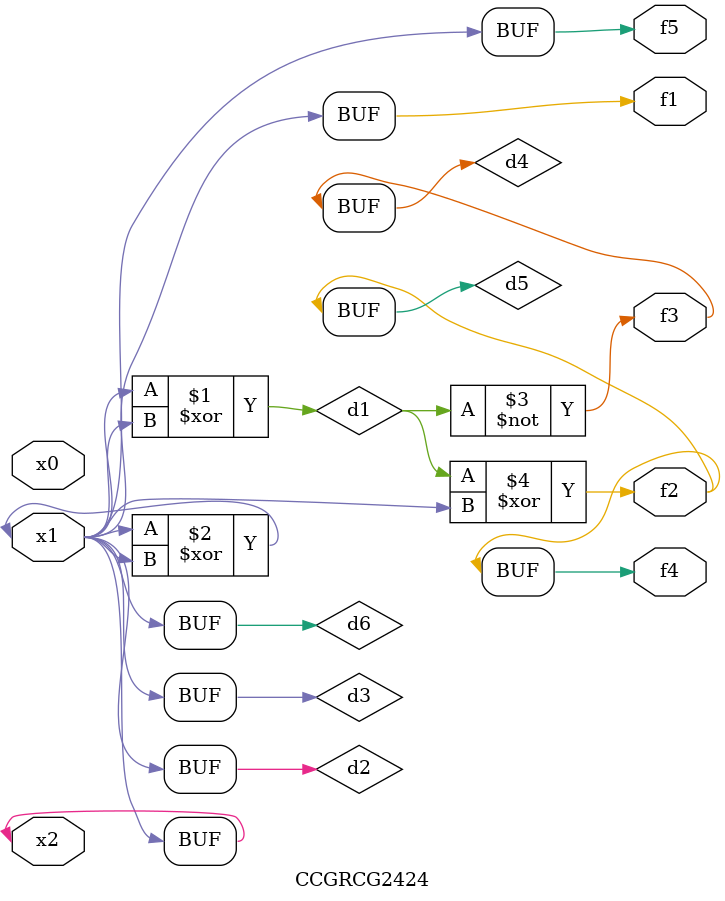
<source format=v>
module CCGRCG2424(
	input x0, x1, x2,
	output f1, f2, f3, f4, f5
);

	wire d1, d2, d3, d4, d5, d6;

	xor (d1, x1, x2);
	buf (d2, x1, x2);
	xor (d3, x1, x2);
	nor (d4, d1);
	xor (d5, d1, d2);
	buf (d6, d2, d3);
	assign f1 = d6;
	assign f2 = d5;
	assign f3 = d4;
	assign f4 = d5;
	assign f5 = d6;
endmodule

</source>
